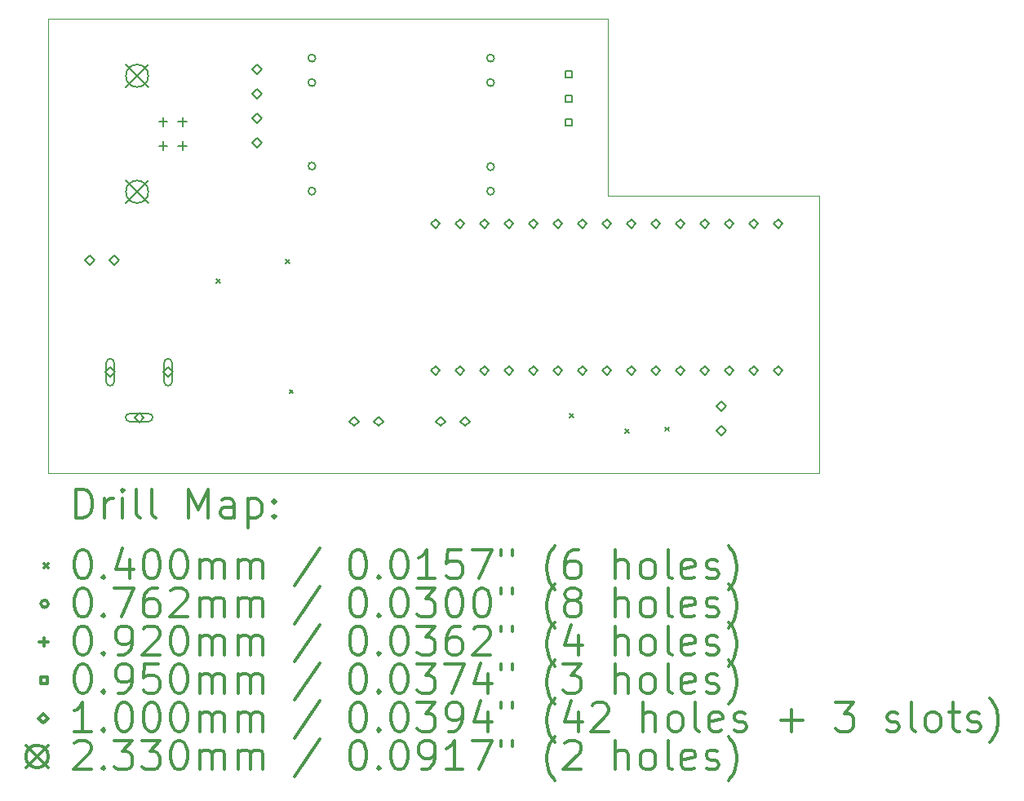
<source format=gbr>
%FSLAX45Y45*%
G04 Gerber Fmt 4.5, Leading zero omitted, Abs format (unit mm)*
G04 Created by KiCad (PCBNEW (5.1.10)-1) date 2022-01-19 22:22:53*
%MOMM*%
%LPD*%
G01*
G04 APERTURE LIST*
%TA.AperFunction,Profile*%
%ADD10C,0.050000*%
%TD*%
%ADD11C,0.200000*%
%ADD12C,0.300000*%
G04 APERTURE END LIST*
D10*
X14440000Y-7175000D02*
X14440000Y-9010000D01*
X14440000Y-9010000D02*
X16640000Y-9010000D01*
X8640000Y-11885000D02*
X16640000Y-11885000D01*
X16640000Y-9010000D02*
X16640000Y-11885000D01*
X8640000Y-7175000D02*
X8640000Y-11885000D01*
X8640000Y-7175000D02*
X14440000Y-7175000D01*
D11*
X10380000Y-9870000D02*
X10420000Y-9910000D01*
X10420000Y-9870000D02*
X10380000Y-9910000D01*
X11100000Y-9670000D02*
X11140000Y-9710000D01*
X11140000Y-9670000D02*
X11100000Y-9710000D01*
X11140000Y-11020000D02*
X11180000Y-11060000D01*
X11180000Y-11020000D02*
X11140000Y-11060000D01*
X14050000Y-11270000D02*
X14090000Y-11310000D01*
X14090000Y-11270000D02*
X14050000Y-11310000D01*
X14620000Y-11430000D02*
X14660000Y-11470000D01*
X14660000Y-11430000D02*
X14620000Y-11470000D01*
X15040000Y-11410000D02*
X15080000Y-11450000D01*
X15080000Y-11410000D02*
X15040000Y-11450000D01*
X11411000Y-7579600D02*
G75*
G03*
X11411000Y-7579600I-38100J0D01*
G01*
X11411000Y-7833600D02*
G75*
G03*
X11411000Y-7833600I-38100J0D01*
G01*
X11411000Y-8700000D02*
G75*
G03*
X11411000Y-8700000I-38100J0D01*
G01*
X11411000Y-8960400D02*
G75*
G03*
X11411000Y-8960400I-38100J0D01*
G01*
X13265200Y-7579600D02*
G75*
G03*
X13265200Y-7579600I-38100J0D01*
G01*
X13265200Y-7833600D02*
G75*
G03*
X13265200Y-7833600I-38100J0D01*
G01*
X13265200Y-8706400D02*
G75*
G03*
X13265200Y-8706400I-38100J0D01*
G01*
X13265200Y-8960400D02*
G75*
G03*
X13265200Y-8960400I-38100J0D01*
G01*
X9830000Y-8194000D02*
X9830000Y-8286000D01*
X9784000Y-8240000D02*
X9876000Y-8240000D01*
X9830000Y-8444000D02*
X9830000Y-8536000D01*
X9784000Y-8490000D02*
X9876000Y-8490000D01*
X10030000Y-8194000D02*
X10030000Y-8286000D01*
X9984000Y-8240000D02*
X10076000Y-8240000D01*
X10030000Y-8444000D02*
X10030000Y-8536000D01*
X9984000Y-8490000D02*
X10076000Y-8490000D01*
X14073588Y-7783588D02*
X14073588Y-7716412D01*
X14006412Y-7716412D01*
X14006412Y-7783588D01*
X14073588Y-7783588D01*
X14073588Y-8033588D02*
X14073588Y-7966412D01*
X14006412Y-7966412D01*
X14006412Y-8033588D01*
X14073588Y-8033588D01*
X14073588Y-8283588D02*
X14073588Y-8216412D01*
X14006412Y-8216412D01*
X14006412Y-8283588D01*
X14073588Y-8283588D01*
X9070000Y-9730000D02*
X9120000Y-9680000D01*
X9070000Y-9630000D01*
X9020000Y-9680000D01*
X9070000Y-9730000D01*
X9280000Y-10890000D02*
X9330000Y-10840000D01*
X9280000Y-10790000D01*
X9230000Y-10840000D01*
X9280000Y-10890000D01*
X9240000Y-10740000D02*
X9240000Y-10940000D01*
X9320000Y-10740000D02*
X9320000Y-10940000D01*
X9240000Y-10940000D02*
G75*
G03*
X9320000Y-10940000I40000J0D01*
G01*
X9320000Y-10740000D02*
G75*
G03*
X9240000Y-10740000I-40000J0D01*
G01*
X9320000Y-9730000D02*
X9370000Y-9680000D01*
X9320000Y-9630000D01*
X9270000Y-9680000D01*
X9320000Y-9730000D01*
X9580000Y-11360000D02*
X9630000Y-11310000D01*
X9580000Y-11260000D01*
X9530000Y-11310000D01*
X9580000Y-11360000D01*
X9480000Y-11350000D02*
X9680000Y-11350000D01*
X9480000Y-11270000D02*
X9680000Y-11270000D01*
X9680000Y-11350000D02*
G75*
G03*
X9680000Y-11270000I0J40000D01*
G01*
X9480000Y-11270000D02*
G75*
G03*
X9480000Y-11350000I0J-40000D01*
G01*
X9880000Y-10890000D02*
X9930000Y-10840000D01*
X9880000Y-10790000D01*
X9830000Y-10840000D01*
X9880000Y-10890000D01*
X9840000Y-10740000D02*
X9840000Y-10940000D01*
X9920000Y-10740000D02*
X9920000Y-10940000D01*
X9840000Y-10940000D02*
G75*
G03*
X9920000Y-10940000I40000J0D01*
G01*
X9920000Y-10740000D02*
G75*
G03*
X9840000Y-10740000I-40000J0D01*
G01*
X10800000Y-7748000D02*
X10850000Y-7698000D01*
X10800000Y-7648000D01*
X10750000Y-7698000D01*
X10800000Y-7748000D01*
X10800000Y-8002000D02*
X10850000Y-7952000D01*
X10800000Y-7902000D01*
X10750000Y-7952000D01*
X10800000Y-8002000D01*
X10800000Y-8256000D02*
X10850000Y-8206000D01*
X10800000Y-8156000D01*
X10750000Y-8206000D01*
X10800000Y-8256000D01*
X10800000Y-8510000D02*
X10850000Y-8460000D01*
X10800000Y-8410000D01*
X10750000Y-8460000D01*
X10800000Y-8510000D01*
X11810000Y-11400000D02*
X11860000Y-11350000D01*
X11810000Y-11300000D01*
X11760000Y-11350000D01*
X11810000Y-11400000D01*
X12064000Y-11400000D02*
X12114000Y-11350000D01*
X12064000Y-11300000D01*
X12014000Y-11350000D01*
X12064000Y-11400000D01*
X12654000Y-9350000D02*
X12704000Y-9300000D01*
X12654000Y-9250000D01*
X12604000Y-9300000D01*
X12654000Y-9350000D01*
X12654000Y-10874000D02*
X12704000Y-10824000D01*
X12654000Y-10774000D01*
X12604000Y-10824000D01*
X12654000Y-10874000D01*
X12710000Y-11400000D02*
X12760000Y-11350000D01*
X12710000Y-11300000D01*
X12660000Y-11350000D01*
X12710000Y-11400000D01*
X12908000Y-9350000D02*
X12958000Y-9300000D01*
X12908000Y-9250000D01*
X12858000Y-9300000D01*
X12908000Y-9350000D01*
X12908000Y-10874000D02*
X12958000Y-10824000D01*
X12908000Y-10774000D01*
X12858000Y-10824000D01*
X12908000Y-10874000D01*
X12964000Y-11400000D02*
X13014000Y-11350000D01*
X12964000Y-11300000D01*
X12914000Y-11350000D01*
X12964000Y-11400000D01*
X13162000Y-9350000D02*
X13212000Y-9300000D01*
X13162000Y-9250000D01*
X13112000Y-9300000D01*
X13162000Y-9350000D01*
X13162000Y-10874000D02*
X13212000Y-10824000D01*
X13162000Y-10774000D01*
X13112000Y-10824000D01*
X13162000Y-10874000D01*
X13416000Y-9350000D02*
X13466000Y-9300000D01*
X13416000Y-9250000D01*
X13366000Y-9300000D01*
X13416000Y-9350000D01*
X13416000Y-10874000D02*
X13466000Y-10824000D01*
X13416000Y-10774000D01*
X13366000Y-10824000D01*
X13416000Y-10874000D01*
X13670000Y-9350000D02*
X13720000Y-9300000D01*
X13670000Y-9250000D01*
X13620000Y-9300000D01*
X13670000Y-9350000D01*
X13670000Y-10874000D02*
X13720000Y-10824000D01*
X13670000Y-10774000D01*
X13620000Y-10824000D01*
X13670000Y-10874000D01*
X13924000Y-9350000D02*
X13974000Y-9300000D01*
X13924000Y-9250000D01*
X13874000Y-9300000D01*
X13924000Y-9350000D01*
X13924000Y-10874000D02*
X13974000Y-10824000D01*
X13924000Y-10774000D01*
X13874000Y-10824000D01*
X13924000Y-10874000D01*
X14178000Y-9350000D02*
X14228000Y-9300000D01*
X14178000Y-9250000D01*
X14128000Y-9300000D01*
X14178000Y-9350000D01*
X14178000Y-10874000D02*
X14228000Y-10824000D01*
X14178000Y-10774000D01*
X14128000Y-10824000D01*
X14178000Y-10874000D01*
X14432000Y-9350000D02*
X14482000Y-9300000D01*
X14432000Y-9250000D01*
X14382000Y-9300000D01*
X14432000Y-9350000D01*
X14432000Y-10874000D02*
X14482000Y-10824000D01*
X14432000Y-10774000D01*
X14382000Y-10824000D01*
X14432000Y-10874000D01*
X14686000Y-9350000D02*
X14736000Y-9300000D01*
X14686000Y-9250000D01*
X14636000Y-9300000D01*
X14686000Y-9350000D01*
X14686000Y-10874000D02*
X14736000Y-10824000D01*
X14686000Y-10774000D01*
X14636000Y-10824000D01*
X14686000Y-10874000D01*
X14940000Y-9350000D02*
X14990000Y-9300000D01*
X14940000Y-9250000D01*
X14890000Y-9300000D01*
X14940000Y-9350000D01*
X14940000Y-10874000D02*
X14990000Y-10824000D01*
X14940000Y-10774000D01*
X14890000Y-10824000D01*
X14940000Y-10874000D01*
X15194000Y-9350000D02*
X15244000Y-9300000D01*
X15194000Y-9250000D01*
X15144000Y-9300000D01*
X15194000Y-9350000D01*
X15194000Y-10874000D02*
X15244000Y-10824000D01*
X15194000Y-10774000D01*
X15144000Y-10824000D01*
X15194000Y-10874000D01*
X15448000Y-9350000D02*
X15498000Y-9300000D01*
X15448000Y-9250000D01*
X15398000Y-9300000D01*
X15448000Y-9350000D01*
X15448000Y-10874000D02*
X15498000Y-10824000D01*
X15448000Y-10774000D01*
X15398000Y-10824000D01*
X15448000Y-10874000D01*
X15620000Y-11240000D02*
X15670000Y-11190000D01*
X15620000Y-11140000D01*
X15570000Y-11190000D01*
X15620000Y-11240000D01*
X15620000Y-11494000D02*
X15670000Y-11444000D01*
X15620000Y-11394000D01*
X15570000Y-11444000D01*
X15620000Y-11494000D01*
X15702000Y-9350000D02*
X15752000Y-9300000D01*
X15702000Y-9250000D01*
X15652000Y-9300000D01*
X15702000Y-9350000D01*
X15702000Y-10874000D02*
X15752000Y-10824000D01*
X15702000Y-10774000D01*
X15652000Y-10824000D01*
X15702000Y-10874000D01*
X15956000Y-9350000D02*
X16006000Y-9300000D01*
X15956000Y-9250000D01*
X15906000Y-9300000D01*
X15956000Y-9350000D01*
X15956000Y-10874000D02*
X16006000Y-10824000D01*
X15956000Y-10774000D01*
X15906000Y-10824000D01*
X15956000Y-10874000D01*
X16210000Y-9350000D02*
X16260000Y-9300000D01*
X16210000Y-9250000D01*
X16160000Y-9300000D01*
X16210000Y-9350000D01*
X16210000Y-10874000D02*
X16260000Y-10824000D01*
X16210000Y-10774000D01*
X16160000Y-10824000D01*
X16210000Y-10874000D01*
X9442500Y-7646500D02*
X9675500Y-7879500D01*
X9675500Y-7646500D02*
X9442500Y-7879500D01*
X9675500Y-7763000D02*
G75*
G03*
X9675500Y-7763000I-116500J0D01*
G01*
X9442500Y-8850500D02*
X9675500Y-9083500D01*
X9675500Y-8850500D02*
X9442500Y-9083500D01*
X9675500Y-8967000D02*
G75*
G03*
X9675500Y-8967000I-116500J0D01*
G01*
D12*
X8923928Y-12353214D02*
X8923928Y-12053214D01*
X8995357Y-12053214D01*
X9038214Y-12067500D01*
X9066786Y-12096071D01*
X9081071Y-12124643D01*
X9095357Y-12181786D01*
X9095357Y-12224643D01*
X9081071Y-12281786D01*
X9066786Y-12310357D01*
X9038214Y-12338929D01*
X8995357Y-12353214D01*
X8923928Y-12353214D01*
X9223928Y-12353214D02*
X9223928Y-12153214D01*
X9223928Y-12210357D02*
X9238214Y-12181786D01*
X9252500Y-12167500D01*
X9281071Y-12153214D01*
X9309643Y-12153214D01*
X9409643Y-12353214D02*
X9409643Y-12153214D01*
X9409643Y-12053214D02*
X9395357Y-12067500D01*
X9409643Y-12081786D01*
X9423928Y-12067500D01*
X9409643Y-12053214D01*
X9409643Y-12081786D01*
X9595357Y-12353214D02*
X9566786Y-12338929D01*
X9552500Y-12310357D01*
X9552500Y-12053214D01*
X9752500Y-12353214D02*
X9723928Y-12338929D01*
X9709643Y-12310357D01*
X9709643Y-12053214D01*
X10095357Y-12353214D02*
X10095357Y-12053214D01*
X10195357Y-12267500D01*
X10295357Y-12053214D01*
X10295357Y-12353214D01*
X10566786Y-12353214D02*
X10566786Y-12196071D01*
X10552500Y-12167500D01*
X10523928Y-12153214D01*
X10466786Y-12153214D01*
X10438214Y-12167500D01*
X10566786Y-12338929D02*
X10538214Y-12353214D01*
X10466786Y-12353214D01*
X10438214Y-12338929D01*
X10423928Y-12310357D01*
X10423928Y-12281786D01*
X10438214Y-12253214D01*
X10466786Y-12238929D01*
X10538214Y-12238929D01*
X10566786Y-12224643D01*
X10709643Y-12153214D02*
X10709643Y-12453214D01*
X10709643Y-12167500D02*
X10738214Y-12153214D01*
X10795357Y-12153214D01*
X10823928Y-12167500D01*
X10838214Y-12181786D01*
X10852500Y-12210357D01*
X10852500Y-12296071D01*
X10838214Y-12324643D01*
X10823928Y-12338929D01*
X10795357Y-12353214D01*
X10738214Y-12353214D01*
X10709643Y-12338929D01*
X10981071Y-12324643D02*
X10995357Y-12338929D01*
X10981071Y-12353214D01*
X10966786Y-12338929D01*
X10981071Y-12324643D01*
X10981071Y-12353214D01*
X10981071Y-12167500D02*
X10995357Y-12181786D01*
X10981071Y-12196071D01*
X10966786Y-12181786D01*
X10981071Y-12167500D01*
X10981071Y-12196071D01*
X8597500Y-12827500D02*
X8637500Y-12867500D01*
X8637500Y-12827500D02*
X8597500Y-12867500D01*
X8981071Y-12683214D02*
X9009643Y-12683214D01*
X9038214Y-12697500D01*
X9052500Y-12711786D01*
X9066786Y-12740357D01*
X9081071Y-12797500D01*
X9081071Y-12868929D01*
X9066786Y-12926071D01*
X9052500Y-12954643D01*
X9038214Y-12968929D01*
X9009643Y-12983214D01*
X8981071Y-12983214D01*
X8952500Y-12968929D01*
X8938214Y-12954643D01*
X8923928Y-12926071D01*
X8909643Y-12868929D01*
X8909643Y-12797500D01*
X8923928Y-12740357D01*
X8938214Y-12711786D01*
X8952500Y-12697500D01*
X8981071Y-12683214D01*
X9209643Y-12954643D02*
X9223928Y-12968929D01*
X9209643Y-12983214D01*
X9195357Y-12968929D01*
X9209643Y-12954643D01*
X9209643Y-12983214D01*
X9481071Y-12783214D02*
X9481071Y-12983214D01*
X9409643Y-12668929D02*
X9338214Y-12883214D01*
X9523928Y-12883214D01*
X9695357Y-12683214D02*
X9723928Y-12683214D01*
X9752500Y-12697500D01*
X9766786Y-12711786D01*
X9781071Y-12740357D01*
X9795357Y-12797500D01*
X9795357Y-12868929D01*
X9781071Y-12926071D01*
X9766786Y-12954643D01*
X9752500Y-12968929D01*
X9723928Y-12983214D01*
X9695357Y-12983214D01*
X9666786Y-12968929D01*
X9652500Y-12954643D01*
X9638214Y-12926071D01*
X9623928Y-12868929D01*
X9623928Y-12797500D01*
X9638214Y-12740357D01*
X9652500Y-12711786D01*
X9666786Y-12697500D01*
X9695357Y-12683214D01*
X9981071Y-12683214D02*
X10009643Y-12683214D01*
X10038214Y-12697500D01*
X10052500Y-12711786D01*
X10066786Y-12740357D01*
X10081071Y-12797500D01*
X10081071Y-12868929D01*
X10066786Y-12926071D01*
X10052500Y-12954643D01*
X10038214Y-12968929D01*
X10009643Y-12983214D01*
X9981071Y-12983214D01*
X9952500Y-12968929D01*
X9938214Y-12954643D01*
X9923928Y-12926071D01*
X9909643Y-12868929D01*
X9909643Y-12797500D01*
X9923928Y-12740357D01*
X9938214Y-12711786D01*
X9952500Y-12697500D01*
X9981071Y-12683214D01*
X10209643Y-12983214D02*
X10209643Y-12783214D01*
X10209643Y-12811786D02*
X10223928Y-12797500D01*
X10252500Y-12783214D01*
X10295357Y-12783214D01*
X10323928Y-12797500D01*
X10338214Y-12826071D01*
X10338214Y-12983214D01*
X10338214Y-12826071D02*
X10352500Y-12797500D01*
X10381071Y-12783214D01*
X10423928Y-12783214D01*
X10452500Y-12797500D01*
X10466786Y-12826071D01*
X10466786Y-12983214D01*
X10609643Y-12983214D02*
X10609643Y-12783214D01*
X10609643Y-12811786D02*
X10623928Y-12797500D01*
X10652500Y-12783214D01*
X10695357Y-12783214D01*
X10723928Y-12797500D01*
X10738214Y-12826071D01*
X10738214Y-12983214D01*
X10738214Y-12826071D02*
X10752500Y-12797500D01*
X10781071Y-12783214D01*
X10823928Y-12783214D01*
X10852500Y-12797500D01*
X10866786Y-12826071D01*
X10866786Y-12983214D01*
X11452500Y-12668929D02*
X11195357Y-13054643D01*
X11838214Y-12683214D02*
X11866786Y-12683214D01*
X11895357Y-12697500D01*
X11909643Y-12711786D01*
X11923928Y-12740357D01*
X11938214Y-12797500D01*
X11938214Y-12868929D01*
X11923928Y-12926071D01*
X11909643Y-12954643D01*
X11895357Y-12968929D01*
X11866786Y-12983214D01*
X11838214Y-12983214D01*
X11809643Y-12968929D01*
X11795357Y-12954643D01*
X11781071Y-12926071D01*
X11766786Y-12868929D01*
X11766786Y-12797500D01*
X11781071Y-12740357D01*
X11795357Y-12711786D01*
X11809643Y-12697500D01*
X11838214Y-12683214D01*
X12066786Y-12954643D02*
X12081071Y-12968929D01*
X12066786Y-12983214D01*
X12052500Y-12968929D01*
X12066786Y-12954643D01*
X12066786Y-12983214D01*
X12266786Y-12683214D02*
X12295357Y-12683214D01*
X12323928Y-12697500D01*
X12338214Y-12711786D01*
X12352500Y-12740357D01*
X12366786Y-12797500D01*
X12366786Y-12868929D01*
X12352500Y-12926071D01*
X12338214Y-12954643D01*
X12323928Y-12968929D01*
X12295357Y-12983214D01*
X12266786Y-12983214D01*
X12238214Y-12968929D01*
X12223928Y-12954643D01*
X12209643Y-12926071D01*
X12195357Y-12868929D01*
X12195357Y-12797500D01*
X12209643Y-12740357D01*
X12223928Y-12711786D01*
X12238214Y-12697500D01*
X12266786Y-12683214D01*
X12652500Y-12983214D02*
X12481071Y-12983214D01*
X12566786Y-12983214D02*
X12566786Y-12683214D01*
X12538214Y-12726071D01*
X12509643Y-12754643D01*
X12481071Y-12768929D01*
X12923928Y-12683214D02*
X12781071Y-12683214D01*
X12766786Y-12826071D01*
X12781071Y-12811786D01*
X12809643Y-12797500D01*
X12881071Y-12797500D01*
X12909643Y-12811786D01*
X12923928Y-12826071D01*
X12938214Y-12854643D01*
X12938214Y-12926071D01*
X12923928Y-12954643D01*
X12909643Y-12968929D01*
X12881071Y-12983214D01*
X12809643Y-12983214D01*
X12781071Y-12968929D01*
X12766786Y-12954643D01*
X13038214Y-12683214D02*
X13238214Y-12683214D01*
X13109643Y-12983214D01*
X13338214Y-12683214D02*
X13338214Y-12740357D01*
X13452500Y-12683214D02*
X13452500Y-12740357D01*
X13895357Y-13097500D02*
X13881071Y-13083214D01*
X13852500Y-13040357D01*
X13838214Y-13011786D01*
X13823928Y-12968929D01*
X13809643Y-12897500D01*
X13809643Y-12840357D01*
X13823928Y-12768929D01*
X13838214Y-12726071D01*
X13852500Y-12697500D01*
X13881071Y-12654643D01*
X13895357Y-12640357D01*
X14138214Y-12683214D02*
X14081071Y-12683214D01*
X14052500Y-12697500D01*
X14038214Y-12711786D01*
X14009643Y-12754643D01*
X13995357Y-12811786D01*
X13995357Y-12926071D01*
X14009643Y-12954643D01*
X14023928Y-12968929D01*
X14052500Y-12983214D01*
X14109643Y-12983214D01*
X14138214Y-12968929D01*
X14152500Y-12954643D01*
X14166786Y-12926071D01*
X14166786Y-12854643D01*
X14152500Y-12826071D01*
X14138214Y-12811786D01*
X14109643Y-12797500D01*
X14052500Y-12797500D01*
X14023928Y-12811786D01*
X14009643Y-12826071D01*
X13995357Y-12854643D01*
X14523928Y-12983214D02*
X14523928Y-12683214D01*
X14652500Y-12983214D02*
X14652500Y-12826071D01*
X14638214Y-12797500D01*
X14609643Y-12783214D01*
X14566786Y-12783214D01*
X14538214Y-12797500D01*
X14523928Y-12811786D01*
X14838214Y-12983214D02*
X14809643Y-12968929D01*
X14795357Y-12954643D01*
X14781071Y-12926071D01*
X14781071Y-12840357D01*
X14795357Y-12811786D01*
X14809643Y-12797500D01*
X14838214Y-12783214D01*
X14881071Y-12783214D01*
X14909643Y-12797500D01*
X14923928Y-12811786D01*
X14938214Y-12840357D01*
X14938214Y-12926071D01*
X14923928Y-12954643D01*
X14909643Y-12968929D01*
X14881071Y-12983214D01*
X14838214Y-12983214D01*
X15109643Y-12983214D02*
X15081071Y-12968929D01*
X15066786Y-12940357D01*
X15066786Y-12683214D01*
X15338214Y-12968929D02*
X15309643Y-12983214D01*
X15252500Y-12983214D01*
X15223928Y-12968929D01*
X15209643Y-12940357D01*
X15209643Y-12826071D01*
X15223928Y-12797500D01*
X15252500Y-12783214D01*
X15309643Y-12783214D01*
X15338214Y-12797500D01*
X15352500Y-12826071D01*
X15352500Y-12854643D01*
X15209643Y-12883214D01*
X15466786Y-12968929D02*
X15495357Y-12983214D01*
X15552500Y-12983214D01*
X15581071Y-12968929D01*
X15595357Y-12940357D01*
X15595357Y-12926071D01*
X15581071Y-12897500D01*
X15552500Y-12883214D01*
X15509643Y-12883214D01*
X15481071Y-12868929D01*
X15466786Y-12840357D01*
X15466786Y-12826071D01*
X15481071Y-12797500D01*
X15509643Y-12783214D01*
X15552500Y-12783214D01*
X15581071Y-12797500D01*
X15695357Y-13097500D02*
X15709643Y-13083214D01*
X15738214Y-13040357D01*
X15752500Y-13011786D01*
X15766786Y-12968929D01*
X15781071Y-12897500D01*
X15781071Y-12840357D01*
X15766786Y-12768929D01*
X15752500Y-12726071D01*
X15738214Y-12697500D01*
X15709643Y-12654643D01*
X15695357Y-12640357D01*
X8637500Y-13243500D02*
G75*
G03*
X8637500Y-13243500I-38100J0D01*
G01*
X8981071Y-13079214D02*
X9009643Y-13079214D01*
X9038214Y-13093500D01*
X9052500Y-13107786D01*
X9066786Y-13136357D01*
X9081071Y-13193500D01*
X9081071Y-13264929D01*
X9066786Y-13322071D01*
X9052500Y-13350643D01*
X9038214Y-13364929D01*
X9009643Y-13379214D01*
X8981071Y-13379214D01*
X8952500Y-13364929D01*
X8938214Y-13350643D01*
X8923928Y-13322071D01*
X8909643Y-13264929D01*
X8909643Y-13193500D01*
X8923928Y-13136357D01*
X8938214Y-13107786D01*
X8952500Y-13093500D01*
X8981071Y-13079214D01*
X9209643Y-13350643D02*
X9223928Y-13364929D01*
X9209643Y-13379214D01*
X9195357Y-13364929D01*
X9209643Y-13350643D01*
X9209643Y-13379214D01*
X9323928Y-13079214D02*
X9523928Y-13079214D01*
X9395357Y-13379214D01*
X9766786Y-13079214D02*
X9709643Y-13079214D01*
X9681071Y-13093500D01*
X9666786Y-13107786D01*
X9638214Y-13150643D01*
X9623928Y-13207786D01*
X9623928Y-13322071D01*
X9638214Y-13350643D01*
X9652500Y-13364929D01*
X9681071Y-13379214D01*
X9738214Y-13379214D01*
X9766786Y-13364929D01*
X9781071Y-13350643D01*
X9795357Y-13322071D01*
X9795357Y-13250643D01*
X9781071Y-13222071D01*
X9766786Y-13207786D01*
X9738214Y-13193500D01*
X9681071Y-13193500D01*
X9652500Y-13207786D01*
X9638214Y-13222071D01*
X9623928Y-13250643D01*
X9909643Y-13107786D02*
X9923928Y-13093500D01*
X9952500Y-13079214D01*
X10023928Y-13079214D01*
X10052500Y-13093500D01*
X10066786Y-13107786D01*
X10081071Y-13136357D01*
X10081071Y-13164929D01*
X10066786Y-13207786D01*
X9895357Y-13379214D01*
X10081071Y-13379214D01*
X10209643Y-13379214D02*
X10209643Y-13179214D01*
X10209643Y-13207786D02*
X10223928Y-13193500D01*
X10252500Y-13179214D01*
X10295357Y-13179214D01*
X10323928Y-13193500D01*
X10338214Y-13222071D01*
X10338214Y-13379214D01*
X10338214Y-13222071D02*
X10352500Y-13193500D01*
X10381071Y-13179214D01*
X10423928Y-13179214D01*
X10452500Y-13193500D01*
X10466786Y-13222071D01*
X10466786Y-13379214D01*
X10609643Y-13379214D02*
X10609643Y-13179214D01*
X10609643Y-13207786D02*
X10623928Y-13193500D01*
X10652500Y-13179214D01*
X10695357Y-13179214D01*
X10723928Y-13193500D01*
X10738214Y-13222071D01*
X10738214Y-13379214D01*
X10738214Y-13222071D02*
X10752500Y-13193500D01*
X10781071Y-13179214D01*
X10823928Y-13179214D01*
X10852500Y-13193500D01*
X10866786Y-13222071D01*
X10866786Y-13379214D01*
X11452500Y-13064929D02*
X11195357Y-13450643D01*
X11838214Y-13079214D02*
X11866786Y-13079214D01*
X11895357Y-13093500D01*
X11909643Y-13107786D01*
X11923928Y-13136357D01*
X11938214Y-13193500D01*
X11938214Y-13264929D01*
X11923928Y-13322071D01*
X11909643Y-13350643D01*
X11895357Y-13364929D01*
X11866786Y-13379214D01*
X11838214Y-13379214D01*
X11809643Y-13364929D01*
X11795357Y-13350643D01*
X11781071Y-13322071D01*
X11766786Y-13264929D01*
X11766786Y-13193500D01*
X11781071Y-13136357D01*
X11795357Y-13107786D01*
X11809643Y-13093500D01*
X11838214Y-13079214D01*
X12066786Y-13350643D02*
X12081071Y-13364929D01*
X12066786Y-13379214D01*
X12052500Y-13364929D01*
X12066786Y-13350643D01*
X12066786Y-13379214D01*
X12266786Y-13079214D02*
X12295357Y-13079214D01*
X12323928Y-13093500D01*
X12338214Y-13107786D01*
X12352500Y-13136357D01*
X12366786Y-13193500D01*
X12366786Y-13264929D01*
X12352500Y-13322071D01*
X12338214Y-13350643D01*
X12323928Y-13364929D01*
X12295357Y-13379214D01*
X12266786Y-13379214D01*
X12238214Y-13364929D01*
X12223928Y-13350643D01*
X12209643Y-13322071D01*
X12195357Y-13264929D01*
X12195357Y-13193500D01*
X12209643Y-13136357D01*
X12223928Y-13107786D01*
X12238214Y-13093500D01*
X12266786Y-13079214D01*
X12466786Y-13079214D02*
X12652500Y-13079214D01*
X12552500Y-13193500D01*
X12595357Y-13193500D01*
X12623928Y-13207786D01*
X12638214Y-13222071D01*
X12652500Y-13250643D01*
X12652500Y-13322071D01*
X12638214Y-13350643D01*
X12623928Y-13364929D01*
X12595357Y-13379214D01*
X12509643Y-13379214D01*
X12481071Y-13364929D01*
X12466786Y-13350643D01*
X12838214Y-13079214D02*
X12866786Y-13079214D01*
X12895357Y-13093500D01*
X12909643Y-13107786D01*
X12923928Y-13136357D01*
X12938214Y-13193500D01*
X12938214Y-13264929D01*
X12923928Y-13322071D01*
X12909643Y-13350643D01*
X12895357Y-13364929D01*
X12866786Y-13379214D01*
X12838214Y-13379214D01*
X12809643Y-13364929D01*
X12795357Y-13350643D01*
X12781071Y-13322071D01*
X12766786Y-13264929D01*
X12766786Y-13193500D01*
X12781071Y-13136357D01*
X12795357Y-13107786D01*
X12809643Y-13093500D01*
X12838214Y-13079214D01*
X13123928Y-13079214D02*
X13152500Y-13079214D01*
X13181071Y-13093500D01*
X13195357Y-13107786D01*
X13209643Y-13136357D01*
X13223928Y-13193500D01*
X13223928Y-13264929D01*
X13209643Y-13322071D01*
X13195357Y-13350643D01*
X13181071Y-13364929D01*
X13152500Y-13379214D01*
X13123928Y-13379214D01*
X13095357Y-13364929D01*
X13081071Y-13350643D01*
X13066786Y-13322071D01*
X13052500Y-13264929D01*
X13052500Y-13193500D01*
X13066786Y-13136357D01*
X13081071Y-13107786D01*
X13095357Y-13093500D01*
X13123928Y-13079214D01*
X13338214Y-13079214D02*
X13338214Y-13136357D01*
X13452500Y-13079214D02*
X13452500Y-13136357D01*
X13895357Y-13493500D02*
X13881071Y-13479214D01*
X13852500Y-13436357D01*
X13838214Y-13407786D01*
X13823928Y-13364929D01*
X13809643Y-13293500D01*
X13809643Y-13236357D01*
X13823928Y-13164929D01*
X13838214Y-13122071D01*
X13852500Y-13093500D01*
X13881071Y-13050643D01*
X13895357Y-13036357D01*
X14052500Y-13207786D02*
X14023928Y-13193500D01*
X14009643Y-13179214D01*
X13995357Y-13150643D01*
X13995357Y-13136357D01*
X14009643Y-13107786D01*
X14023928Y-13093500D01*
X14052500Y-13079214D01*
X14109643Y-13079214D01*
X14138214Y-13093500D01*
X14152500Y-13107786D01*
X14166786Y-13136357D01*
X14166786Y-13150643D01*
X14152500Y-13179214D01*
X14138214Y-13193500D01*
X14109643Y-13207786D01*
X14052500Y-13207786D01*
X14023928Y-13222071D01*
X14009643Y-13236357D01*
X13995357Y-13264929D01*
X13995357Y-13322071D01*
X14009643Y-13350643D01*
X14023928Y-13364929D01*
X14052500Y-13379214D01*
X14109643Y-13379214D01*
X14138214Y-13364929D01*
X14152500Y-13350643D01*
X14166786Y-13322071D01*
X14166786Y-13264929D01*
X14152500Y-13236357D01*
X14138214Y-13222071D01*
X14109643Y-13207786D01*
X14523928Y-13379214D02*
X14523928Y-13079214D01*
X14652500Y-13379214D02*
X14652500Y-13222071D01*
X14638214Y-13193500D01*
X14609643Y-13179214D01*
X14566786Y-13179214D01*
X14538214Y-13193500D01*
X14523928Y-13207786D01*
X14838214Y-13379214D02*
X14809643Y-13364929D01*
X14795357Y-13350643D01*
X14781071Y-13322071D01*
X14781071Y-13236357D01*
X14795357Y-13207786D01*
X14809643Y-13193500D01*
X14838214Y-13179214D01*
X14881071Y-13179214D01*
X14909643Y-13193500D01*
X14923928Y-13207786D01*
X14938214Y-13236357D01*
X14938214Y-13322071D01*
X14923928Y-13350643D01*
X14909643Y-13364929D01*
X14881071Y-13379214D01*
X14838214Y-13379214D01*
X15109643Y-13379214D02*
X15081071Y-13364929D01*
X15066786Y-13336357D01*
X15066786Y-13079214D01*
X15338214Y-13364929D02*
X15309643Y-13379214D01*
X15252500Y-13379214D01*
X15223928Y-13364929D01*
X15209643Y-13336357D01*
X15209643Y-13222071D01*
X15223928Y-13193500D01*
X15252500Y-13179214D01*
X15309643Y-13179214D01*
X15338214Y-13193500D01*
X15352500Y-13222071D01*
X15352500Y-13250643D01*
X15209643Y-13279214D01*
X15466786Y-13364929D02*
X15495357Y-13379214D01*
X15552500Y-13379214D01*
X15581071Y-13364929D01*
X15595357Y-13336357D01*
X15595357Y-13322071D01*
X15581071Y-13293500D01*
X15552500Y-13279214D01*
X15509643Y-13279214D01*
X15481071Y-13264929D01*
X15466786Y-13236357D01*
X15466786Y-13222071D01*
X15481071Y-13193500D01*
X15509643Y-13179214D01*
X15552500Y-13179214D01*
X15581071Y-13193500D01*
X15695357Y-13493500D02*
X15709643Y-13479214D01*
X15738214Y-13436357D01*
X15752500Y-13407786D01*
X15766786Y-13364929D01*
X15781071Y-13293500D01*
X15781071Y-13236357D01*
X15766786Y-13164929D01*
X15752500Y-13122071D01*
X15738214Y-13093500D01*
X15709643Y-13050643D01*
X15695357Y-13036357D01*
X8591500Y-13593500D02*
X8591500Y-13685500D01*
X8545500Y-13639500D02*
X8637500Y-13639500D01*
X8981071Y-13475214D02*
X9009643Y-13475214D01*
X9038214Y-13489500D01*
X9052500Y-13503786D01*
X9066786Y-13532357D01*
X9081071Y-13589500D01*
X9081071Y-13660929D01*
X9066786Y-13718071D01*
X9052500Y-13746643D01*
X9038214Y-13760929D01*
X9009643Y-13775214D01*
X8981071Y-13775214D01*
X8952500Y-13760929D01*
X8938214Y-13746643D01*
X8923928Y-13718071D01*
X8909643Y-13660929D01*
X8909643Y-13589500D01*
X8923928Y-13532357D01*
X8938214Y-13503786D01*
X8952500Y-13489500D01*
X8981071Y-13475214D01*
X9209643Y-13746643D02*
X9223928Y-13760929D01*
X9209643Y-13775214D01*
X9195357Y-13760929D01*
X9209643Y-13746643D01*
X9209643Y-13775214D01*
X9366786Y-13775214D02*
X9423928Y-13775214D01*
X9452500Y-13760929D01*
X9466786Y-13746643D01*
X9495357Y-13703786D01*
X9509643Y-13646643D01*
X9509643Y-13532357D01*
X9495357Y-13503786D01*
X9481071Y-13489500D01*
X9452500Y-13475214D01*
X9395357Y-13475214D01*
X9366786Y-13489500D01*
X9352500Y-13503786D01*
X9338214Y-13532357D01*
X9338214Y-13603786D01*
X9352500Y-13632357D01*
X9366786Y-13646643D01*
X9395357Y-13660929D01*
X9452500Y-13660929D01*
X9481071Y-13646643D01*
X9495357Y-13632357D01*
X9509643Y-13603786D01*
X9623928Y-13503786D02*
X9638214Y-13489500D01*
X9666786Y-13475214D01*
X9738214Y-13475214D01*
X9766786Y-13489500D01*
X9781071Y-13503786D01*
X9795357Y-13532357D01*
X9795357Y-13560929D01*
X9781071Y-13603786D01*
X9609643Y-13775214D01*
X9795357Y-13775214D01*
X9981071Y-13475214D02*
X10009643Y-13475214D01*
X10038214Y-13489500D01*
X10052500Y-13503786D01*
X10066786Y-13532357D01*
X10081071Y-13589500D01*
X10081071Y-13660929D01*
X10066786Y-13718071D01*
X10052500Y-13746643D01*
X10038214Y-13760929D01*
X10009643Y-13775214D01*
X9981071Y-13775214D01*
X9952500Y-13760929D01*
X9938214Y-13746643D01*
X9923928Y-13718071D01*
X9909643Y-13660929D01*
X9909643Y-13589500D01*
X9923928Y-13532357D01*
X9938214Y-13503786D01*
X9952500Y-13489500D01*
X9981071Y-13475214D01*
X10209643Y-13775214D02*
X10209643Y-13575214D01*
X10209643Y-13603786D02*
X10223928Y-13589500D01*
X10252500Y-13575214D01*
X10295357Y-13575214D01*
X10323928Y-13589500D01*
X10338214Y-13618071D01*
X10338214Y-13775214D01*
X10338214Y-13618071D02*
X10352500Y-13589500D01*
X10381071Y-13575214D01*
X10423928Y-13575214D01*
X10452500Y-13589500D01*
X10466786Y-13618071D01*
X10466786Y-13775214D01*
X10609643Y-13775214D02*
X10609643Y-13575214D01*
X10609643Y-13603786D02*
X10623928Y-13589500D01*
X10652500Y-13575214D01*
X10695357Y-13575214D01*
X10723928Y-13589500D01*
X10738214Y-13618071D01*
X10738214Y-13775214D01*
X10738214Y-13618071D02*
X10752500Y-13589500D01*
X10781071Y-13575214D01*
X10823928Y-13575214D01*
X10852500Y-13589500D01*
X10866786Y-13618071D01*
X10866786Y-13775214D01*
X11452500Y-13460929D02*
X11195357Y-13846643D01*
X11838214Y-13475214D02*
X11866786Y-13475214D01*
X11895357Y-13489500D01*
X11909643Y-13503786D01*
X11923928Y-13532357D01*
X11938214Y-13589500D01*
X11938214Y-13660929D01*
X11923928Y-13718071D01*
X11909643Y-13746643D01*
X11895357Y-13760929D01*
X11866786Y-13775214D01*
X11838214Y-13775214D01*
X11809643Y-13760929D01*
X11795357Y-13746643D01*
X11781071Y-13718071D01*
X11766786Y-13660929D01*
X11766786Y-13589500D01*
X11781071Y-13532357D01*
X11795357Y-13503786D01*
X11809643Y-13489500D01*
X11838214Y-13475214D01*
X12066786Y-13746643D02*
X12081071Y-13760929D01*
X12066786Y-13775214D01*
X12052500Y-13760929D01*
X12066786Y-13746643D01*
X12066786Y-13775214D01*
X12266786Y-13475214D02*
X12295357Y-13475214D01*
X12323928Y-13489500D01*
X12338214Y-13503786D01*
X12352500Y-13532357D01*
X12366786Y-13589500D01*
X12366786Y-13660929D01*
X12352500Y-13718071D01*
X12338214Y-13746643D01*
X12323928Y-13760929D01*
X12295357Y-13775214D01*
X12266786Y-13775214D01*
X12238214Y-13760929D01*
X12223928Y-13746643D01*
X12209643Y-13718071D01*
X12195357Y-13660929D01*
X12195357Y-13589500D01*
X12209643Y-13532357D01*
X12223928Y-13503786D01*
X12238214Y-13489500D01*
X12266786Y-13475214D01*
X12466786Y-13475214D02*
X12652500Y-13475214D01*
X12552500Y-13589500D01*
X12595357Y-13589500D01*
X12623928Y-13603786D01*
X12638214Y-13618071D01*
X12652500Y-13646643D01*
X12652500Y-13718071D01*
X12638214Y-13746643D01*
X12623928Y-13760929D01*
X12595357Y-13775214D01*
X12509643Y-13775214D01*
X12481071Y-13760929D01*
X12466786Y-13746643D01*
X12909643Y-13475214D02*
X12852500Y-13475214D01*
X12823928Y-13489500D01*
X12809643Y-13503786D01*
X12781071Y-13546643D01*
X12766786Y-13603786D01*
X12766786Y-13718071D01*
X12781071Y-13746643D01*
X12795357Y-13760929D01*
X12823928Y-13775214D01*
X12881071Y-13775214D01*
X12909643Y-13760929D01*
X12923928Y-13746643D01*
X12938214Y-13718071D01*
X12938214Y-13646643D01*
X12923928Y-13618071D01*
X12909643Y-13603786D01*
X12881071Y-13589500D01*
X12823928Y-13589500D01*
X12795357Y-13603786D01*
X12781071Y-13618071D01*
X12766786Y-13646643D01*
X13052500Y-13503786D02*
X13066786Y-13489500D01*
X13095357Y-13475214D01*
X13166786Y-13475214D01*
X13195357Y-13489500D01*
X13209643Y-13503786D01*
X13223928Y-13532357D01*
X13223928Y-13560929D01*
X13209643Y-13603786D01*
X13038214Y-13775214D01*
X13223928Y-13775214D01*
X13338214Y-13475214D02*
X13338214Y-13532357D01*
X13452500Y-13475214D02*
X13452500Y-13532357D01*
X13895357Y-13889500D02*
X13881071Y-13875214D01*
X13852500Y-13832357D01*
X13838214Y-13803786D01*
X13823928Y-13760929D01*
X13809643Y-13689500D01*
X13809643Y-13632357D01*
X13823928Y-13560929D01*
X13838214Y-13518071D01*
X13852500Y-13489500D01*
X13881071Y-13446643D01*
X13895357Y-13432357D01*
X14138214Y-13575214D02*
X14138214Y-13775214D01*
X14066786Y-13460929D02*
X13995357Y-13675214D01*
X14181071Y-13675214D01*
X14523928Y-13775214D02*
X14523928Y-13475214D01*
X14652500Y-13775214D02*
X14652500Y-13618071D01*
X14638214Y-13589500D01*
X14609643Y-13575214D01*
X14566786Y-13575214D01*
X14538214Y-13589500D01*
X14523928Y-13603786D01*
X14838214Y-13775214D02*
X14809643Y-13760929D01*
X14795357Y-13746643D01*
X14781071Y-13718071D01*
X14781071Y-13632357D01*
X14795357Y-13603786D01*
X14809643Y-13589500D01*
X14838214Y-13575214D01*
X14881071Y-13575214D01*
X14909643Y-13589500D01*
X14923928Y-13603786D01*
X14938214Y-13632357D01*
X14938214Y-13718071D01*
X14923928Y-13746643D01*
X14909643Y-13760929D01*
X14881071Y-13775214D01*
X14838214Y-13775214D01*
X15109643Y-13775214D02*
X15081071Y-13760929D01*
X15066786Y-13732357D01*
X15066786Y-13475214D01*
X15338214Y-13760929D02*
X15309643Y-13775214D01*
X15252500Y-13775214D01*
X15223928Y-13760929D01*
X15209643Y-13732357D01*
X15209643Y-13618071D01*
X15223928Y-13589500D01*
X15252500Y-13575214D01*
X15309643Y-13575214D01*
X15338214Y-13589500D01*
X15352500Y-13618071D01*
X15352500Y-13646643D01*
X15209643Y-13675214D01*
X15466786Y-13760929D02*
X15495357Y-13775214D01*
X15552500Y-13775214D01*
X15581071Y-13760929D01*
X15595357Y-13732357D01*
X15595357Y-13718071D01*
X15581071Y-13689500D01*
X15552500Y-13675214D01*
X15509643Y-13675214D01*
X15481071Y-13660929D01*
X15466786Y-13632357D01*
X15466786Y-13618071D01*
X15481071Y-13589500D01*
X15509643Y-13575214D01*
X15552500Y-13575214D01*
X15581071Y-13589500D01*
X15695357Y-13889500D02*
X15709643Y-13875214D01*
X15738214Y-13832357D01*
X15752500Y-13803786D01*
X15766786Y-13760929D01*
X15781071Y-13689500D01*
X15781071Y-13632357D01*
X15766786Y-13560929D01*
X15752500Y-13518071D01*
X15738214Y-13489500D01*
X15709643Y-13446643D01*
X15695357Y-13432357D01*
X8623588Y-14069088D02*
X8623588Y-14001912D01*
X8556412Y-14001912D01*
X8556412Y-14069088D01*
X8623588Y-14069088D01*
X8981071Y-13871214D02*
X9009643Y-13871214D01*
X9038214Y-13885500D01*
X9052500Y-13899786D01*
X9066786Y-13928357D01*
X9081071Y-13985500D01*
X9081071Y-14056929D01*
X9066786Y-14114071D01*
X9052500Y-14142643D01*
X9038214Y-14156929D01*
X9009643Y-14171214D01*
X8981071Y-14171214D01*
X8952500Y-14156929D01*
X8938214Y-14142643D01*
X8923928Y-14114071D01*
X8909643Y-14056929D01*
X8909643Y-13985500D01*
X8923928Y-13928357D01*
X8938214Y-13899786D01*
X8952500Y-13885500D01*
X8981071Y-13871214D01*
X9209643Y-14142643D02*
X9223928Y-14156929D01*
X9209643Y-14171214D01*
X9195357Y-14156929D01*
X9209643Y-14142643D01*
X9209643Y-14171214D01*
X9366786Y-14171214D02*
X9423928Y-14171214D01*
X9452500Y-14156929D01*
X9466786Y-14142643D01*
X9495357Y-14099786D01*
X9509643Y-14042643D01*
X9509643Y-13928357D01*
X9495357Y-13899786D01*
X9481071Y-13885500D01*
X9452500Y-13871214D01*
X9395357Y-13871214D01*
X9366786Y-13885500D01*
X9352500Y-13899786D01*
X9338214Y-13928357D01*
X9338214Y-13999786D01*
X9352500Y-14028357D01*
X9366786Y-14042643D01*
X9395357Y-14056929D01*
X9452500Y-14056929D01*
X9481071Y-14042643D01*
X9495357Y-14028357D01*
X9509643Y-13999786D01*
X9781071Y-13871214D02*
X9638214Y-13871214D01*
X9623928Y-14014071D01*
X9638214Y-13999786D01*
X9666786Y-13985500D01*
X9738214Y-13985500D01*
X9766786Y-13999786D01*
X9781071Y-14014071D01*
X9795357Y-14042643D01*
X9795357Y-14114071D01*
X9781071Y-14142643D01*
X9766786Y-14156929D01*
X9738214Y-14171214D01*
X9666786Y-14171214D01*
X9638214Y-14156929D01*
X9623928Y-14142643D01*
X9981071Y-13871214D02*
X10009643Y-13871214D01*
X10038214Y-13885500D01*
X10052500Y-13899786D01*
X10066786Y-13928357D01*
X10081071Y-13985500D01*
X10081071Y-14056929D01*
X10066786Y-14114071D01*
X10052500Y-14142643D01*
X10038214Y-14156929D01*
X10009643Y-14171214D01*
X9981071Y-14171214D01*
X9952500Y-14156929D01*
X9938214Y-14142643D01*
X9923928Y-14114071D01*
X9909643Y-14056929D01*
X9909643Y-13985500D01*
X9923928Y-13928357D01*
X9938214Y-13899786D01*
X9952500Y-13885500D01*
X9981071Y-13871214D01*
X10209643Y-14171214D02*
X10209643Y-13971214D01*
X10209643Y-13999786D02*
X10223928Y-13985500D01*
X10252500Y-13971214D01*
X10295357Y-13971214D01*
X10323928Y-13985500D01*
X10338214Y-14014071D01*
X10338214Y-14171214D01*
X10338214Y-14014071D02*
X10352500Y-13985500D01*
X10381071Y-13971214D01*
X10423928Y-13971214D01*
X10452500Y-13985500D01*
X10466786Y-14014071D01*
X10466786Y-14171214D01*
X10609643Y-14171214D02*
X10609643Y-13971214D01*
X10609643Y-13999786D02*
X10623928Y-13985500D01*
X10652500Y-13971214D01*
X10695357Y-13971214D01*
X10723928Y-13985500D01*
X10738214Y-14014071D01*
X10738214Y-14171214D01*
X10738214Y-14014071D02*
X10752500Y-13985500D01*
X10781071Y-13971214D01*
X10823928Y-13971214D01*
X10852500Y-13985500D01*
X10866786Y-14014071D01*
X10866786Y-14171214D01*
X11452500Y-13856929D02*
X11195357Y-14242643D01*
X11838214Y-13871214D02*
X11866786Y-13871214D01*
X11895357Y-13885500D01*
X11909643Y-13899786D01*
X11923928Y-13928357D01*
X11938214Y-13985500D01*
X11938214Y-14056929D01*
X11923928Y-14114071D01*
X11909643Y-14142643D01*
X11895357Y-14156929D01*
X11866786Y-14171214D01*
X11838214Y-14171214D01*
X11809643Y-14156929D01*
X11795357Y-14142643D01*
X11781071Y-14114071D01*
X11766786Y-14056929D01*
X11766786Y-13985500D01*
X11781071Y-13928357D01*
X11795357Y-13899786D01*
X11809643Y-13885500D01*
X11838214Y-13871214D01*
X12066786Y-14142643D02*
X12081071Y-14156929D01*
X12066786Y-14171214D01*
X12052500Y-14156929D01*
X12066786Y-14142643D01*
X12066786Y-14171214D01*
X12266786Y-13871214D02*
X12295357Y-13871214D01*
X12323928Y-13885500D01*
X12338214Y-13899786D01*
X12352500Y-13928357D01*
X12366786Y-13985500D01*
X12366786Y-14056929D01*
X12352500Y-14114071D01*
X12338214Y-14142643D01*
X12323928Y-14156929D01*
X12295357Y-14171214D01*
X12266786Y-14171214D01*
X12238214Y-14156929D01*
X12223928Y-14142643D01*
X12209643Y-14114071D01*
X12195357Y-14056929D01*
X12195357Y-13985500D01*
X12209643Y-13928357D01*
X12223928Y-13899786D01*
X12238214Y-13885500D01*
X12266786Y-13871214D01*
X12466786Y-13871214D02*
X12652500Y-13871214D01*
X12552500Y-13985500D01*
X12595357Y-13985500D01*
X12623928Y-13999786D01*
X12638214Y-14014071D01*
X12652500Y-14042643D01*
X12652500Y-14114071D01*
X12638214Y-14142643D01*
X12623928Y-14156929D01*
X12595357Y-14171214D01*
X12509643Y-14171214D01*
X12481071Y-14156929D01*
X12466786Y-14142643D01*
X12752500Y-13871214D02*
X12952500Y-13871214D01*
X12823928Y-14171214D01*
X13195357Y-13971214D02*
X13195357Y-14171214D01*
X13123928Y-13856929D02*
X13052500Y-14071214D01*
X13238214Y-14071214D01*
X13338214Y-13871214D02*
X13338214Y-13928357D01*
X13452500Y-13871214D02*
X13452500Y-13928357D01*
X13895357Y-14285500D02*
X13881071Y-14271214D01*
X13852500Y-14228357D01*
X13838214Y-14199786D01*
X13823928Y-14156929D01*
X13809643Y-14085500D01*
X13809643Y-14028357D01*
X13823928Y-13956929D01*
X13838214Y-13914071D01*
X13852500Y-13885500D01*
X13881071Y-13842643D01*
X13895357Y-13828357D01*
X13981071Y-13871214D02*
X14166786Y-13871214D01*
X14066786Y-13985500D01*
X14109643Y-13985500D01*
X14138214Y-13999786D01*
X14152500Y-14014071D01*
X14166786Y-14042643D01*
X14166786Y-14114071D01*
X14152500Y-14142643D01*
X14138214Y-14156929D01*
X14109643Y-14171214D01*
X14023928Y-14171214D01*
X13995357Y-14156929D01*
X13981071Y-14142643D01*
X14523928Y-14171214D02*
X14523928Y-13871214D01*
X14652500Y-14171214D02*
X14652500Y-14014071D01*
X14638214Y-13985500D01*
X14609643Y-13971214D01*
X14566786Y-13971214D01*
X14538214Y-13985500D01*
X14523928Y-13999786D01*
X14838214Y-14171214D02*
X14809643Y-14156929D01*
X14795357Y-14142643D01*
X14781071Y-14114071D01*
X14781071Y-14028357D01*
X14795357Y-13999786D01*
X14809643Y-13985500D01*
X14838214Y-13971214D01*
X14881071Y-13971214D01*
X14909643Y-13985500D01*
X14923928Y-13999786D01*
X14938214Y-14028357D01*
X14938214Y-14114071D01*
X14923928Y-14142643D01*
X14909643Y-14156929D01*
X14881071Y-14171214D01*
X14838214Y-14171214D01*
X15109643Y-14171214D02*
X15081071Y-14156929D01*
X15066786Y-14128357D01*
X15066786Y-13871214D01*
X15338214Y-14156929D02*
X15309643Y-14171214D01*
X15252500Y-14171214D01*
X15223928Y-14156929D01*
X15209643Y-14128357D01*
X15209643Y-14014071D01*
X15223928Y-13985500D01*
X15252500Y-13971214D01*
X15309643Y-13971214D01*
X15338214Y-13985500D01*
X15352500Y-14014071D01*
X15352500Y-14042643D01*
X15209643Y-14071214D01*
X15466786Y-14156929D02*
X15495357Y-14171214D01*
X15552500Y-14171214D01*
X15581071Y-14156929D01*
X15595357Y-14128357D01*
X15595357Y-14114071D01*
X15581071Y-14085500D01*
X15552500Y-14071214D01*
X15509643Y-14071214D01*
X15481071Y-14056929D01*
X15466786Y-14028357D01*
X15466786Y-14014071D01*
X15481071Y-13985500D01*
X15509643Y-13971214D01*
X15552500Y-13971214D01*
X15581071Y-13985500D01*
X15695357Y-14285500D02*
X15709643Y-14271214D01*
X15738214Y-14228357D01*
X15752500Y-14199786D01*
X15766786Y-14156929D01*
X15781071Y-14085500D01*
X15781071Y-14028357D01*
X15766786Y-13956929D01*
X15752500Y-13914071D01*
X15738214Y-13885500D01*
X15709643Y-13842643D01*
X15695357Y-13828357D01*
X8587500Y-14481500D02*
X8637500Y-14431500D01*
X8587500Y-14381500D01*
X8537500Y-14431500D01*
X8587500Y-14481500D01*
X9081071Y-14567214D02*
X8909643Y-14567214D01*
X8995357Y-14567214D02*
X8995357Y-14267214D01*
X8966786Y-14310071D01*
X8938214Y-14338643D01*
X8909643Y-14352929D01*
X9209643Y-14538643D02*
X9223928Y-14552929D01*
X9209643Y-14567214D01*
X9195357Y-14552929D01*
X9209643Y-14538643D01*
X9209643Y-14567214D01*
X9409643Y-14267214D02*
X9438214Y-14267214D01*
X9466786Y-14281500D01*
X9481071Y-14295786D01*
X9495357Y-14324357D01*
X9509643Y-14381500D01*
X9509643Y-14452929D01*
X9495357Y-14510071D01*
X9481071Y-14538643D01*
X9466786Y-14552929D01*
X9438214Y-14567214D01*
X9409643Y-14567214D01*
X9381071Y-14552929D01*
X9366786Y-14538643D01*
X9352500Y-14510071D01*
X9338214Y-14452929D01*
X9338214Y-14381500D01*
X9352500Y-14324357D01*
X9366786Y-14295786D01*
X9381071Y-14281500D01*
X9409643Y-14267214D01*
X9695357Y-14267214D02*
X9723928Y-14267214D01*
X9752500Y-14281500D01*
X9766786Y-14295786D01*
X9781071Y-14324357D01*
X9795357Y-14381500D01*
X9795357Y-14452929D01*
X9781071Y-14510071D01*
X9766786Y-14538643D01*
X9752500Y-14552929D01*
X9723928Y-14567214D01*
X9695357Y-14567214D01*
X9666786Y-14552929D01*
X9652500Y-14538643D01*
X9638214Y-14510071D01*
X9623928Y-14452929D01*
X9623928Y-14381500D01*
X9638214Y-14324357D01*
X9652500Y-14295786D01*
X9666786Y-14281500D01*
X9695357Y-14267214D01*
X9981071Y-14267214D02*
X10009643Y-14267214D01*
X10038214Y-14281500D01*
X10052500Y-14295786D01*
X10066786Y-14324357D01*
X10081071Y-14381500D01*
X10081071Y-14452929D01*
X10066786Y-14510071D01*
X10052500Y-14538643D01*
X10038214Y-14552929D01*
X10009643Y-14567214D01*
X9981071Y-14567214D01*
X9952500Y-14552929D01*
X9938214Y-14538643D01*
X9923928Y-14510071D01*
X9909643Y-14452929D01*
X9909643Y-14381500D01*
X9923928Y-14324357D01*
X9938214Y-14295786D01*
X9952500Y-14281500D01*
X9981071Y-14267214D01*
X10209643Y-14567214D02*
X10209643Y-14367214D01*
X10209643Y-14395786D02*
X10223928Y-14381500D01*
X10252500Y-14367214D01*
X10295357Y-14367214D01*
X10323928Y-14381500D01*
X10338214Y-14410071D01*
X10338214Y-14567214D01*
X10338214Y-14410071D02*
X10352500Y-14381500D01*
X10381071Y-14367214D01*
X10423928Y-14367214D01*
X10452500Y-14381500D01*
X10466786Y-14410071D01*
X10466786Y-14567214D01*
X10609643Y-14567214D02*
X10609643Y-14367214D01*
X10609643Y-14395786D02*
X10623928Y-14381500D01*
X10652500Y-14367214D01*
X10695357Y-14367214D01*
X10723928Y-14381500D01*
X10738214Y-14410071D01*
X10738214Y-14567214D01*
X10738214Y-14410071D02*
X10752500Y-14381500D01*
X10781071Y-14367214D01*
X10823928Y-14367214D01*
X10852500Y-14381500D01*
X10866786Y-14410071D01*
X10866786Y-14567214D01*
X11452500Y-14252929D02*
X11195357Y-14638643D01*
X11838214Y-14267214D02*
X11866786Y-14267214D01*
X11895357Y-14281500D01*
X11909643Y-14295786D01*
X11923928Y-14324357D01*
X11938214Y-14381500D01*
X11938214Y-14452929D01*
X11923928Y-14510071D01*
X11909643Y-14538643D01*
X11895357Y-14552929D01*
X11866786Y-14567214D01*
X11838214Y-14567214D01*
X11809643Y-14552929D01*
X11795357Y-14538643D01*
X11781071Y-14510071D01*
X11766786Y-14452929D01*
X11766786Y-14381500D01*
X11781071Y-14324357D01*
X11795357Y-14295786D01*
X11809643Y-14281500D01*
X11838214Y-14267214D01*
X12066786Y-14538643D02*
X12081071Y-14552929D01*
X12066786Y-14567214D01*
X12052500Y-14552929D01*
X12066786Y-14538643D01*
X12066786Y-14567214D01*
X12266786Y-14267214D02*
X12295357Y-14267214D01*
X12323928Y-14281500D01*
X12338214Y-14295786D01*
X12352500Y-14324357D01*
X12366786Y-14381500D01*
X12366786Y-14452929D01*
X12352500Y-14510071D01*
X12338214Y-14538643D01*
X12323928Y-14552929D01*
X12295357Y-14567214D01*
X12266786Y-14567214D01*
X12238214Y-14552929D01*
X12223928Y-14538643D01*
X12209643Y-14510071D01*
X12195357Y-14452929D01*
X12195357Y-14381500D01*
X12209643Y-14324357D01*
X12223928Y-14295786D01*
X12238214Y-14281500D01*
X12266786Y-14267214D01*
X12466786Y-14267214D02*
X12652500Y-14267214D01*
X12552500Y-14381500D01*
X12595357Y-14381500D01*
X12623928Y-14395786D01*
X12638214Y-14410071D01*
X12652500Y-14438643D01*
X12652500Y-14510071D01*
X12638214Y-14538643D01*
X12623928Y-14552929D01*
X12595357Y-14567214D01*
X12509643Y-14567214D01*
X12481071Y-14552929D01*
X12466786Y-14538643D01*
X12795357Y-14567214D02*
X12852500Y-14567214D01*
X12881071Y-14552929D01*
X12895357Y-14538643D01*
X12923928Y-14495786D01*
X12938214Y-14438643D01*
X12938214Y-14324357D01*
X12923928Y-14295786D01*
X12909643Y-14281500D01*
X12881071Y-14267214D01*
X12823928Y-14267214D01*
X12795357Y-14281500D01*
X12781071Y-14295786D01*
X12766786Y-14324357D01*
X12766786Y-14395786D01*
X12781071Y-14424357D01*
X12795357Y-14438643D01*
X12823928Y-14452929D01*
X12881071Y-14452929D01*
X12909643Y-14438643D01*
X12923928Y-14424357D01*
X12938214Y-14395786D01*
X13195357Y-14367214D02*
X13195357Y-14567214D01*
X13123928Y-14252929D02*
X13052500Y-14467214D01*
X13238214Y-14467214D01*
X13338214Y-14267214D02*
X13338214Y-14324357D01*
X13452500Y-14267214D02*
X13452500Y-14324357D01*
X13895357Y-14681500D02*
X13881071Y-14667214D01*
X13852500Y-14624357D01*
X13838214Y-14595786D01*
X13823928Y-14552929D01*
X13809643Y-14481500D01*
X13809643Y-14424357D01*
X13823928Y-14352929D01*
X13838214Y-14310071D01*
X13852500Y-14281500D01*
X13881071Y-14238643D01*
X13895357Y-14224357D01*
X14138214Y-14367214D02*
X14138214Y-14567214D01*
X14066786Y-14252929D02*
X13995357Y-14467214D01*
X14181071Y-14467214D01*
X14281071Y-14295786D02*
X14295357Y-14281500D01*
X14323928Y-14267214D01*
X14395357Y-14267214D01*
X14423928Y-14281500D01*
X14438214Y-14295786D01*
X14452500Y-14324357D01*
X14452500Y-14352929D01*
X14438214Y-14395786D01*
X14266786Y-14567214D01*
X14452500Y-14567214D01*
X14809643Y-14567214D02*
X14809643Y-14267214D01*
X14938214Y-14567214D02*
X14938214Y-14410071D01*
X14923928Y-14381500D01*
X14895357Y-14367214D01*
X14852500Y-14367214D01*
X14823928Y-14381500D01*
X14809643Y-14395786D01*
X15123928Y-14567214D02*
X15095357Y-14552929D01*
X15081071Y-14538643D01*
X15066786Y-14510071D01*
X15066786Y-14424357D01*
X15081071Y-14395786D01*
X15095357Y-14381500D01*
X15123928Y-14367214D01*
X15166786Y-14367214D01*
X15195357Y-14381500D01*
X15209643Y-14395786D01*
X15223928Y-14424357D01*
X15223928Y-14510071D01*
X15209643Y-14538643D01*
X15195357Y-14552929D01*
X15166786Y-14567214D01*
X15123928Y-14567214D01*
X15395357Y-14567214D02*
X15366786Y-14552929D01*
X15352500Y-14524357D01*
X15352500Y-14267214D01*
X15623928Y-14552929D02*
X15595357Y-14567214D01*
X15538214Y-14567214D01*
X15509643Y-14552929D01*
X15495357Y-14524357D01*
X15495357Y-14410071D01*
X15509643Y-14381500D01*
X15538214Y-14367214D01*
X15595357Y-14367214D01*
X15623928Y-14381500D01*
X15638214Y-14410071D01*
X15638214Y-14438643D01*
X15495357Y-14467214D01*
X15752500Y-14552929D02*
X15781071Y-14567214D01*
X15838214Y-14567214D01*
X15866786Y-14552929D01*
X15881071Y-14524357D01*
X15881071Y-14510071D01*
X15866786Y-14481500D01*
X15838214Y-14467214D01*
X15795357Y-14467214D01*
X15766786Y-14452929D01*
X15752500Y-14424357D01*
X15752500Y-14410071D01*
X15766786Y-14381500D01*
X15795357Y-14367214D01*
X15838214Y-14367214D01*
X15866786Y-14381500D01*
X16238214Y-14452929D02*
X16466786Y-14452929D01*
X16352500Y-14567214D02*
X16352500Y-14338643D01*
X16809643Y-14267214D02*
X16995357Y-14267214D01*
X16895357Y-14381500D01*
X16938214Y-14381500D01*
X16966786Y-14395786D01*
X16981071Y-14410071D01*
X16995357Y-14438643D01*
X16995357Y-14510071D01*
X16981071Y-14538643D01*
X16966786Y-14552929D01*
X16938214Y-14567214D01*
X16852500Y-14567214D01*
X16823928Y-14552929D01*
X16809643Y-14538643D01*
X17338214Y-14552929D02*
X17366786Y-14567214D01*
X17423928Y-14567214D01*
X17452500Y-14552929D01*
X17466786Y-14524357D01*
X17466786Y-14510071D01*
X17452500Y-14481500D01*
X17423928Y-14467214D01*
X17381071Y-14467214D01*
X17352500Y-14452929D01*
X17338214Y-14424357D01*
X17338214Y-14410071D01*
X17352500Y-14381500D01*
X17381071Y-14367214D01*
X17423928Y-14367214D01*
X17452500Y-14381500D01*
X17638214Y-14567214D02*
X17609643Y-14552929D01*
X17595357Y-14524357D01*
X17595357Y-14267214D01*
X17795357Y-14567214D02*
X17766786Y-14552929D01*
X17752500Y-14538643D01*
X17738214Y-14510071D01*
X17738214Y-14424357D01*
X17752500Y-14395786D01*
X17766786Y-14381500D01*
X17795357Y-14367214D01*
X17838214Y-14367214D01*
X17866786Y-14381500D01*
X17881071Y-14395786D01*
X17895357Y-14424357D01*
X17895357Y-14510071D01*
X17881071Y-14538643D01*
X17866786Y-14552929D01*
X17838214Y-14567214D01*
X17795357Y-14567214D01*
X17981071Y-14367214D02*
X18095357Y-14367214D01*
X18023928Y-14267214D02*
X18023928Y-14524357D01*
X18038214Y-14552929D01*
X18066786Y-14567214D01*
X18095357Y-14567214D01*
X18181071Y-14552929D02*
X18209643Y-14567214D01*
X18266786Y-14567214D01*
X18295357Y-14552929D01*
X18309643Y-14524357D01*
X18309643Y-14510071D01*
X18295357Y-14481500D01*
X18266786Y-14467214D01*
X18223928Y-14467214D01*
X18195357Y-14452929D01*
X18181071Y-14424357D01*
X18181071Y-14410071D01*
X18195357Y-14381500D01*
X18223928Y-14367214D01*
X18266786Y-14367214D01*
X18295357Y-14381500D01*
X18409643Y-14681500D02*
X18423928Y-14667214D01*
X18452500Y-14624357D01*
X18466786Y-14595786D01*
X18481071Y-14552929D01*
X18495357Y-14481500D01*
X18495357Y-14424357D01*
X18481071Y-14352929D01*
X18466786Y-14310071D01*
X18452500Y-14281500D01*
X18423928Y-14238643D01*
X18409643Y-14224357D01*
X8404500Y-14711000D02*
X8637500Y-14944000D01*
X8637500Y-14711000D02*
X8404500Y-14944000D01*
X8637500Y-14827500D02*
G75*
G03*
X8637500Y-14827500I-116500J0D01*
G01*
X8909643Y-14691786D02*
X8923928Y-14677500D01*
X8952500Y-14663214D01*
X9023928Y-14663214D01*
X9052500Y-14677500D01*
X9066786Y-14691786D01*
X9081071Y-14720357D01*
X9081071Y-14748929D01*
X9066786Y-14791786D01*
X8895357Y-14963214D01*
X9081071Y-14963214D01*
X9209643Y-14934643D02*
X9223928Y-14948929D01*
X9209643Y-14963214D01*
X9195357Y-14948929D01*
X9209643Y-14934643D01*
X9209643Y-14963214D01*
X9323928Y-14663214D02*
X9509643Y-14663214D01*
X9409643Y-14777500D01*
X9452500Y-14777500D01*
X9481071Y-14791786D01*
X9495357Y-14806071D01*
X9509643Y-14834643D01*
X9509643Y-14906071D01*
X9495357Y-14934643D01*
X9481071Y-14948929D01*
X9452500Y-14963214D01*
X9366786Y-14963214D01*
X9338214Y-14948929D01*
X9323928Y-14934643D01*
X9609643Y-14663214D02*
X9795357Y-14663214D01*
X9695357Y-14777500D01*
X9738214Y-14777500D01*
X9766786Y-14791786D01*
X9781071Y-14806071D01*
X9795357Y-14834643D01*
X9795357Y-14906071D01*
X9781071Y-14934643D01*
X9766786Y-14948929D01*
X9738214Y-14963214D01*
X9652500Y-14963214D01*
X9623928Y-14948929D01*
X9609643Y-14934643D01*
X9981071Y-14663214D02*
X10009643Y-14663214D01*
X10038214Y-14677500D01*
X10052500Y-14691786D01*
X10066786Y-14720357D01*
X10081071Y-14777500D01*
X10081071Y-14848929D01*
X10066786Y-14906071D01*
X10052500Y-14934643D01*
X10038214Y-14948929D01*
X10009643Y-14963214D01*
X9981071Y-14963214D01*
X9952500Y-14948929D01*
X9938214Y-14934643D01*
X9923928Y-14906071D01*
X9909643Y-14848929D01*
X9909643Y-14777500D01*
X9923928Y-14720357D01*
X9938214Y-14691786D01*
X9952500Y-14677500D01*
X9981071Y-14663214D01*
X10209643Y-14963214D02*
X10209643Y-14763214D01*
X10209643Y-14791786D02*
X10223928Y-14777500D01*
X10252500Y-14763214D01*
X10295357Y-14763214D01*
X10323928Y-14777500D01*
X10338214Y-14806071D01*
X10338214Y-14963214D01*
X10338214Y-14806071D02*
X10352500Y-14777500D01*
X10381071Y-14763214D01*
X10423928Y-14763214D01*
X10452500Y-14777500D01*
X10466786Y-14806071D01*
X10466786Y-14963214D01*
X10609643Y-14963214D02*
X10609643Y-14763214D01*
X10609643Y-14791786D02*
X10623928Y-14777500D01*
X10652500Y-14763214D01*
X10695357Y-14763214D01*
X10723928Y-14777500D01*
X10738214Y-14806071D01*
X10738214Y-14963214D01*
X10738214Y-14806071D02*
X10752500Y-14777500D01*
X10781071Y-14763214D01*
X10823928Y-14763214D01*
X10852500Y-14777500D01*
X10866786Y-14806071D01*
X10866786Y-14963214D01*
X11452500Y-14648929D02*
X11195357Y-15034643D01*
X11838214Y-14663214D02*
X11866786Y-14663214D01*
X11895357Y-14677500D01*
X11909643Y-14691786D01*
X11923928Y-14720357D01*
X11938214Y-14777500D01*
X11938214Y-14848929D01*
X11923928Y-14906071D01*
X11909643Y-14934643D01*
X11895357Y-14948929D01*
X11866786Y-14963214D01*
X11838214Y-14963214D01*
X11809643Y-14948929D01*
X11795357Y-14934643D01*
X11781071Y-14906071D01*
X11766786Y-14848929D01*
X11766786Y-14777500D01*
X11781071Y-14720357D01*
X11795357Y-14691786D01*
X11809643Y-14677500D01*
X11838214Y-14663214D01*
X12066786Y-14934643D02*
X12081071Y-14948929D01*
X12066786Y-14963214D01*
X12052500Y-14948929D01*
X12066786Y-14934643D01*
X12066786Y-14963214D01*
X12266786Y-14663214D02*
X12295357Y-14663214D01*
X12323928Y-14677500D01*
X12338214Y-14691786D01*
X12352500Y-14720357D01*
X12366786Y-14777500D01*
X12366786Y-14848929D01*
X12352500Y-14906071D01*
X12338214Y-14934643D01*
X12323928Y-14948929D01*
X12295357Y-14963214D01*
X12266786Y-14963214D01*
X12238214Y-14948929D01*
X12223928Y-14934643D01*
X12209643Y-14906071D01*
X12195357Y-14848929D01*
X12195357Y-14777500D01*
X12209643Y-14720357D01*
X12223928Y-14691786D01*
X12238214Y-14677500D01*
X12266786Y-14663214D01*
X12509643Y-14963214D02*
X12566786Y-14963214D01*
X12595357Y-14948929D01*
X12609643Y-14934643D01*
X12638214Y-14891786D01*
X12652500Y-14834643D01*
X12652500Y-14720357D01*
X12638214Y-14691786D01*
X12623928Y-14677500D01*
X12595357Y-14663214D01*
X12538214Y-14663214D01*
X12509643Y-14677500D01*
X12495357Y-14691786D01*
X12481071Y-14720357D01*
X12481071Y-14791786D01*
X12495357Y-14820357D01*
X12509643Y-14834643D01*
X12538214Y-14848929D01*
X12595357Y-14848929D01*
X12623928Y-14834643D01*
X12638214Y-14820357D01*
X12652500Y-14791786D01*
X12938214Y-14963214D02*
X12766786Y-14963214D01*
X12852500Y-14963214D02*
X12852500Y-14663214D01*
X12823928Y-14706071D01*
X12795357Y-14734643D01*
X12766786Y-14748929D01*
X13038214Y-14663214D02*
X13238214Y-14663214D01*
X13109643Y-14963214D01*
X13338214Y-14663214D02*
X13338214Y-14720357D01*
X13452500Y-14663214D02*
X13452500Y-14720357D01*
X13895357Y-15077500D02*
X13881071Y-15063214D01*
X13852500Y-15020357D01*
X13838214Y-14991786D01*
X13823928Y-14948929D01*
X13809643Y-14877500D01*
X13809643Y-14820357D01*
X13823928Y-14748929D01*
X13838214Y-14706071D01*
X13852500Y-14677500D01*
X13881071Y-14634643D01*
X13895357Y-14620357D01*
X13995357Y-14691786D02*
X14009643Y-14677500D01*
X14038214Y-14663214D01*
X14109643Y-14663214D01*
X14138214Y-14677500D01*
X14152500Y-14691786D01*
X14166786Y-14720357D01*
X14166786Y-14748929D01*
X14152500Y-14791786D01*
X13981071Y-14963214D01*
X14166786Y-14963214D01*
X14523928Y-14963214D02*
X14523928Y-14663214D01*
X14652500Y-14963214D02*
X14652500Y-14806071D01*
X14638214Y-14777500D01*
X14609643Y-14763214D01*
X14566786Y-14763214D01*
X14538214Y-14777500D01*
X14523928Y-14791786D01*
X14838214Y-14963214D02*
X14809643Y-14948929D01*
X14795357Y-14934643D01*
X14781071Y-14906071D01*
X14781071Y-14820357D01*
X14795357Y-14791786D01*
X14809643Y-14777500D01*
X14838214Y-14763214D01*
X14881071Y-14763214D01*
X14909643Y-14777500D01*
X14923928Y-14791786D01*
X14938214Y-14820357D01*
X14938214Y-14906071D01*
X14923928Y-14934643D01*
X14909643Y-14948929D01*
X14881071Y-14963214D01*
X14838214Y-14963214D01*
X15109643Y-14963214D02*
X15081071Y-14948929D01*
X15066786Y-14920357D01*
X15066786Y-14663214D01*
X15338214Y-14948929D02*
X15309643Y-14963214D01*
X15252500Y-14963214D01*
X15223928Y-14948929D01*
X15209643Y-14920357D01*
X15209643Y-14806071D01*
X15223928Y-14777500D01*
X15252500Y-14763214D01*
X15309643Y-14763214D01*
X15338214Y-14777500D01*
X15352500Y-14806071D01*
X15352500Y-14834643D01*
X15209643Y-14863214D01*
X15466786Y-14948929D02*
X15495357Y-14963214D01*
X15552500Y-14963214D01*
X15581071Y-14948929D01*
X15595357Y-14920357D01*
X15595357Y-14906071D01*
X15581071Y-14877500D01*
X15552500Y-14863214D01*
X15509643Y-14863214D01*
X15481071Y-14848929D01*
X15466786Y-14820357D01*
X15466786Y-14806071D01*
X15481071Y-14777500D01*
X15509643Y-14763214D01*
X15552500Y-14763214D01*
X15581071Y-14777500D01*
X15695357Y-15077500D02*
X15709643Y-15063214D01*
X15738214Y-15020357D01*
X15752500Y-14991786D01*
X15766786Y-14948929D01*
X15781071Y-14877500D01*
X15781071Y-14820357D01*
X15766786Y-14748929D01*
X15752500Y-14706071D01*
X15738214Y-14677500D01*
X15709643Y-14634643D01*
X15695357Y-14620357D01*
M02*

</source>
